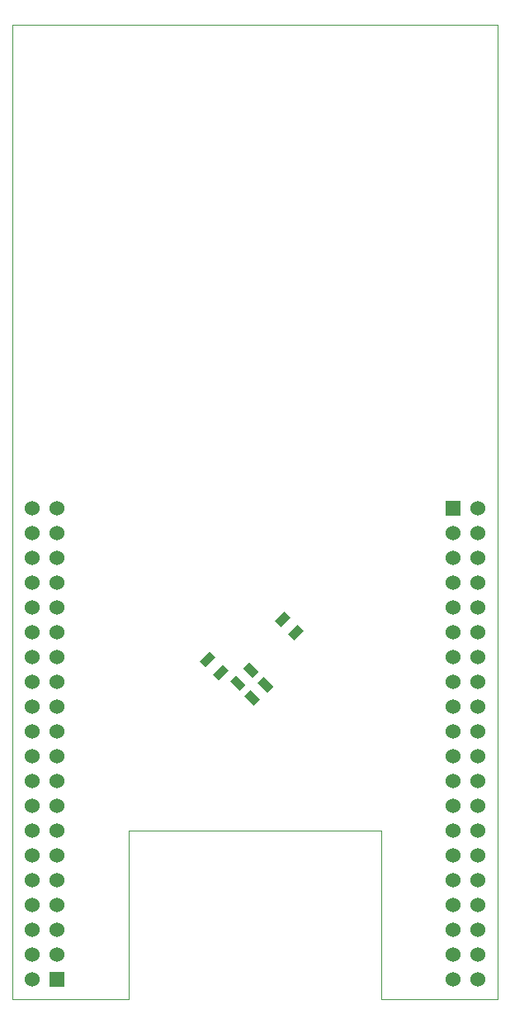
<source format=gbs>
G04 (created by PCBNEW (25-Oct-2014 BZR 4029)-stable) date Fri 12 Jun 2015 01:26:50 JST*
%MOIN*%
G04 Gerber Fmt 3.4, Leading zero omitted, Abs format*
%FSLAX34Y34*%
G01*
G70*
G90*
G04 APERTURE LIST*
%ADD10C,0.00590551*%
%ADD11C,0.00393701*%
%ADD12R,0.06X0.06*%
%ADD13C,0.06*%
G04 APERTURE END LIST*
G54D10*
G54D11*
X30600Y-11700D02*
X50200Y-11700D01*
X30600Y-51000D02*
X35300Y-51000D01*
X45500Y-51000D02*
X50200Y-51000D01*
X35300Y-44200D02*
X45500Y-44200D01*
X35300Y-44200D02*
X35300Y-51000D01*
X45500Y-44200D02*
X45500Y-51000D01*
X30600Y-51000D02*
X30600Y-11700D01*
X50200Y-51000D02*
X50200Y-11700D01*
G54D12*
X48400Y-31200D03*
G54D13*
X49400Y-31200D03*
X48400Y-36200D03*
X49400Y-32200D03*
X48400Y-37200D03*
X49400Y-33200D03*
X48400Y-38200D03*
X49400Y-34200D03*
X48400Y-39200D03*
X49400Y-35200D03*
X48400Y-40200D03*
X49400Y-36200D03*
X48400Y-41200D03*
X49400Y-37200D03*
X48400Y-42200D03*
X49400Y-38200D03*
X48400Y-43200D03*
X49400Y-39200D03*
X48400Y-44200D03*
X49400Y-40200D03*
X48400Y-45200D03*
X49400Y-41200D03*
X48400Y-46200D03*
X49400Y-42200D03*
X49400Y-43200D03*
X48400Y-47200D03*
X49400Y-44200D03*
X49400Y-46200D03*
X49400Y-47200D03*
X49400Y-48200D03*
X49400Y-49200D03*
X48400Y-48200D03*
X48400Y-49200D03*
X48400Y-32200D03*
X48400Y-33200D03*
X48400Y-34200D03*
X48400Y-35200D03*
X48400Y-50200D03*
X49400Y-50200D03*
X49400Y-45200D03*
G54D12*
X32400Y-50200D03*
G54D13*
X31400Y-50200D03*
X32400Y-45200D03*
X31400Y-49200D03*
X32400Y-44200D03*
X31400Y-48200D03*
X32400Y-43200D03*
X31400Y-47200D03*
X32400Y-42200D03*
X31400Y-46200D03*
X32400Y-41200D03*
X31400Y-45200D03*
X32400Y-40200D03*
X31400Y-44200D03*
X32400Y-39200D03*
X31400Y-43200D03*
X32400Y-38200D03*
X31400Y-42200D03*
X32400Y-37200D03*
X31400Y-41200D03*
X32400Y-36200D03*
X31400Y-40200D03*
X32400Y-35200D03*
X31400Y-39200D03*
X31400Y-38200D03*
X32400Y-34200D03*
X31400Y-37200D03*
X31400Y-35200D03*
X31400Y-34200D03*
X31400Y-33200D03*
X31400Y-32200D03*
X32400Y-33200D03*
X32400Y-32200D03*
X32400Y-49200D03*
X32400Y-48200D03*
X32400Y-47200D03*
X32400Y-46200D03*
X32400Y-31200D03*
X31400Y-31200D03*
X31400Y-36200D03*
G54D10*
G36*
X38156Y-37364D02*
X38545Y-36975D01*
X38793Y-37223D01*
X38404Y-37612D01*
X38156Y-37364D01*
X38156Y-37364D01*
G37*
G36*
X38687Y-37894D02*
X39076Y-37506D01*
X39323Y-37753D01*
X38934Y-38142D01*
X38687Y-37894D01*
X38687Y-37894D01*
G37*
G36*
X41188Y-35750D02*
X41577Y-35361D01*
X41824Y-35609D01*
X41435Y-35997D01*
X41188Y-35750D01*
X41188Y-35750D01*
G37*
G36*
X41718Y-36280D02*
X42107Y-35891D01*
X42355Y-36139D01*
X41966Y-36528D01*
X41718Y-36280D01*
X41718Y-36280D01*
G37*
G36*
X40155Y-37408D02*
X40543Y-37797D01*
X40296Y-38045D01*
X39907Y-37656D01*
X40155Y-37408D01*
X40155Y-37408D01*
G37*
G36*
X39624Y-37939D02*
X40013Y-38328D01*
X39766Y-38575D01*
X39377Y-38186D01*
X39624Y-37939D01*
X39624Y-37939D01*
G37*
G36*
X40745Y-37999D02*
X41134Y-38388D01*
X40887Y-38635D01*
X40498Y-38246D01*
X40745Y-37999D01*
X40745Y-37999D01*
G37*
G36*
X40215Y-38529D02*
X40604Y-38918D01*
X40356Y-39166D01*
X39967Y-38777D01*
X40215Y-38529D01*
X40215Y-38529D01*
G37*
M02*

</source>
